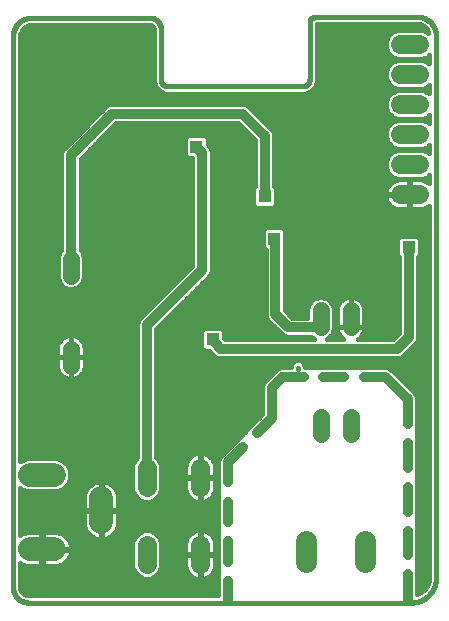
<source format=gbl>
G75*
%MOIN*%
%OFA0B0*%
%FSLAX25Y25*%
%IPPOS*%
%LPD*%
%AMOC8*
5,1,8,0,0,1.08239X$1,22.5*
%
%ADD10C,0.03200*%
%ADD11C,0.01600*%
%ADD12C,0.06400*%
%ADD13C,0.05600*%
%ADD14C,0.07874*%
%ADD15C,0.07100*%
%ADD16R,0.04362X0.04362*%
D10*
X0050092Y0058357D02*
X0050092Y0109335D01*
X0068517Y0127760D01*
X0068517Y0166736D01*
X0066548Y0168705D01*
X0081902Y0179728D02*
X0038595Y0179728D01*
X0024816Y0165949D01*
X0024816Y0128586D01*
X0024760Y0128530D01*
X0072060Y0104531D02*
X0074422Y0101382D01*
X0133477Y0101382D01*
X0137414Y0105319D01*
X0137414Y0135240D01*
X0108005Y0108508D02*
X0097217Y0108508D01*
X0092926Y0112799D01*
X0092926Y0137602D01*
X0092532Y0137996D01*
X0089383Y0152169D02*
X0089383Y0172248D01*
X0081902Y0179728D01*
X0095288Y0091933D02*
X0102439Y0091933D01*
X0108839Y0091933D02*
X0115990Y0091933D01*
X0122390Y0091933D02*
X0129540Y0091933D01*
X0137020Y0084453D01*
X0137020Y0076266D01*
X0137020Y0069866D02*
X0137020Y0061679D01*
X0137020Y0055279D02*
X0137020Y0047091D01*
X0137020Y0040691D02*
X0137020Y0032504D01*
X0137020Y0026104D02*
X0137020Y0017917D01*
X0086724Y0073133D02*
X0091745Y0078154D01*
X0091745Y0088390D01*
X0095288Y0091933D01*
X0082199Y0068607D02*
X0077178Y0063587D01*
X0077178Y0056772D01*
X0077178Y0050372D02*
X0077178Y0043558D01*
X0077178Y0037158D02*
X0077178Y0030344D01*
X0077178Y0023944D02*
X0077178Y0017130D01*
D11*
X0138202Y0016736D02*
X0010643Y0016736D01*
X0010643Y0019136D02*
X0010112Y0019188D01*
X0009132Y0019594D01*
X0008382Y0020344D01*
X0007977Y0021324D01*
X0007924Y0021854D01*
X0007924Y0029831D01*
X0008214Y0029621D01*
X0009018Y0029211D01*
X0009877Y0028932D01*
X0010769Y0028791D01*
X0014973Y0028791D01*
X0014973Y0034343D01*
X0015342Y0034343D01*
X0015342Y0028791D01*
X0019546Y0028791D01*
X0020438Y0028932D01*
X0021297Y0029211D01*
X0022101Y0029621D01*
X0022832Y0030152D01*
X0023470Y0030790D01*
X0024001Y0031521D01*
X0024411Y0032325D01*
X0024690Y0033184D01*
X0024831Y0034076D01*
X0024831Y0034343D01*
X0015342Y0034343D01*
X0015342Y0034712D01*
X0024831Y0034712D01*
X0024831Y0034979D01*
X0024690Y0035871D01*
X0024411Y0036730D01*
X0024001Y0037534D01*
X0023470Y0038265D01*
X0022832Y0038903D01*
X0022101Y0039434D01*
X0021297Y0039844D01*
X0020438Y0040123D01*
X0019546Y0040265D01*
X0015342Y0040265D01*
X0015342Y0034712D01*
X0014973Y0034712D01*
X0014973Y0040265D01*
X0010769Y0040265D01*
X0009877Y0040123D01*
X0009018Y0039844D01*
X0008214Y0039434D01*
X0007924Y0039224D01*
X0007924Y0054786D01*
X0008080Y0054631D01*
X0010118Y0053787D01*
X0020197Y0053787D01*
X0022235Y0054631D01*
X0023795Y0056190D01*
X0024639Y0058228D01*
X0024639Y0060433D01*
X0023795Y0062471D01*
X0022235Y0064031D01*
X0020197Y0064875D01*
X0010118Y0064875D01*
X0008080Y0064031D01*
X0007924Y0063875D01*
X0007924Y0205713D01*
X0007992Y0206396D01*
X0008515Y0207660D01*
X0009482Y0208627D01*
X0010746Y0209151D01*
X0011430Y0209218D01*
X0051194Y0209218D01*
X0051417Y0209196D01*
X0051829Y0209025D01*
X0052144Y0208710D01*
X0052315Y0208298D01*
X0052337Y0208075D01*
X0052337Y0190198D01*
X0053062Y0188448D01*
X0054402Y0187108D01*
X0056152Y0186383D01*
X0102928Y0186383D01*
X0104679Y0187108D01*
X0106018Y0188448D01*
X0106743Y0190198D01*
X0106743Y0209612D01*
X0140170Y0209612D01*
X0140931Y0209537D01*
X0142336Y0208955D01*
X0143412Y0207879D01*
X0143950Y0206581D01*
X0143669Y0206862D01*
X0141902Y0207594D01*
X0133589Y0207594D01*
X0131823Y0206862D01*
X0130470Y0205510D01*
X0129739Y0203743D01*
X0129739Y0201830D01*
X0130470Y0200064D01*
X0131823Y0198711D01*
X0133589Y0197980D01*
X0141902Y0197980D01*
X0143669Y0198711D01*
X0144069Y0199112D01*
X0144069Y0196461D01*
X0143669Y0196862D01*
X0141902Y0197594D01*
X0133589Y0197594D01*
X0131823Y0196862D01*
X0130470Y0195510D01*
X0129739Y0193743D01*
X0129739Y0191830D01*
X0130470Y0190064D01*
X0131823Y0188711D01*
X0133589Y0187980D01*
X0141902Y0187980D01*
X0143669Y0188711D01*
X0144069Y0189112D01*
X0144069Y0186461D01*
X0143669Y0186862D01*
X0141902Y0187594D01*
X0133589Y0187594D01*
X0131823Y0186862D01*
X0130470Y0185510D01*
X0129739Y0183743D01*
X0129739Y0181830D01*
X0130470Y0180064D01*
X0131823Y0178711D01*
X0133589Y0177980D01*
X0141902Y0177980D01*
X0143669Y0178711D01*
X0144069Y0179112D01*
X0144069Y0176461D01*
X0143669Y0176862D01*
X0141902Y0177594D01*
X0133589Y0177594D01*
X0131823Y0176862D01*
X0130470Y0175510D01*
X0129739Y0173743D01*
X0129739Y0171830D01*
X0130470Y0170064D01*
X0131823Y0168711D01*
X0133589Y0167980D01*
X0141902Y0167980D01*
X0143669Y0168711D01*
X0144069Y0169112D01*
X0144069Y0166461D01*
X0143669Y0166862D01*
X0141902Y0167594D01*
X0133589Y0167594D01*
X0131823Y0166862D01*
X0130470Y0165510D01*
X0129739Y0163743D01*
X0129739Y0161830D01*
X0130470Y0160064D01*
X0131823Y0158711D01*
X0133589Y0157980D01*
X0141902Y0157980D01*
X0143669Y0158711D01*
X0144069Y0159112D01*
X0144069Y0156697D01*
X0143566Y0157063D01*
X0142865Y0157420D01*
X0142116Y0157663D01*
X0141339Y0157787D01*
X0137946Y0157787D01*
X0137946Y0152987D01*
X0137546Y0152987D01*
X0137546Y0157787D01*
X0134152Y0157787D01*
X0133375Y0157663D01*
X0132626Y0157420D01*
X0131925Y0157063D01*
X0131288Y0156600D01*
X0130732Y0156044D01*
X0130269Y0155407D01*
X0129912Y0154706D01*
X0129669Y0153957D01*
X0129546Y0153180D01*
X0129546Y0152987D01*
X0137546Y0152987D01*
X0137546Y0152587D01*
X0137946Y0152587D01*
X0137946Y0147787D01*
X0141339Y0147787D01*
X0142116Y0147910D01*
X0142865Y0148153D01*
X0143566Y0148510D01*
X0144069Y0148876D01*
X0144069Y0025004D01*
X0143997Y0024086D01*
X0143430Y0022340D01*
X0142351Y0020855D01*
X0140865Y0019776D01*
X0140220Y0019566D01*
X0140220Y0085089D01*
X0139733Y0086265D01*
X0138833Y0087166D01*
X0131353Y0094646D01*
X0130177Y0095133D01*
X0102813Y0095133D01*
X0102813Y0095561D01*
X0102447Y0096446D01*
X0101770Y0097123D01*
X0100885Y0097490D01*
X0099927Y0097490D01*
X0099043Y0097123D01*
X0098366Y0096446D01*
X0097999Y0095561D01*
X0097999Y0095133D01*
X0094652Y0095133D01*
X0093476Y0094646D01*
X0092575Y0093746D01*
X0089032Y0090202D01*
X0088545Y0089026D01*
X0088545Y0079479D01*
X0074465Y0065399D01*
X0073978Y0064223D01*
X0073978Y0019136D01*
X0010643Y0019136D01*
X0009962Y0019251D02*
X0073978Y0019251D01*
X0073978Y0020849D02*
X0008173Y0020849D01*
X0007924Y0022448D02*
X0073978Y0022448D01*
X0073978Y0024046D02*
X0007924Y0024046D01*
X0007924Y0025645D02*
X0047207Y0025645D01*
X0047369Y0025482D02*
X0049136Y0024750D01*
X0051048Y0024750D01*
X0052815Y0025482D01*
X0054167Y0026834D01*
X0054899Y0028601D01*
X0054899Y0036914D01*
X0054167Y0038680D01*
X0052815Y0040033D01*
X0051048Y0040765D01*
X0049136Y0040765D01*
X0047369Y0040033D01*
X0046017Y0038680D01*
X0045285Y0036914D01*
X0045285Y0028601D01*
X0046017Y0026834D01*
X0047369Y0025482D01*
X0045848Y0027243D02*
X0007924Y0027243D01*
X0007924Y0028842D02*
X0010446Y0028842D01*
X0014973Y0028842D02*
X0015342Y0028842D01*
X0015342Y0030440D02*
X0014973Y0030440D01*
X0014973Y0032039D02*
X0015342Y0032039D01*
X0015342Y0033637D02*
X0014973Y0033637D01*
X0014973Y0035236D02*
X0015342Y0035236D01*
X0015342Y0036834D02*
X0014973Y0036834D01*
X0014973Y0038433D02*
X0015342Y0038433D01*
X0015342Y0040031D02*
X0014973Y0040031D01*
X0020721Y0040031D02*
X0030331Y0040031D01*
X0030467Y0039845D02*
X0031105Y0039207D01*
X0031836Y0038676D01*
X0032640Y0038266D01*
X0033499Y0037987D01*
X0034391Y0037846D01*
X0034658Y0037846D01*
X0034658Y0047335D01*
X0035027Y0047335D01*
X0035027Y0037846D01*
X0035294Y0037846D01*
X0036186Y0037987D01*
X0037045Y0038266D01*
X0037849Y0038676D01*
X0038580Y0039207D01*
X0039218Y0039845D01*
X0039749Y0040576D01*
X0040159Y0041380D01*
X0040438Y0042239D01*
X0040580Y0043131D01*
X0040580Y0047335D01*
X0035027Y0047335D01*
X0035027Y0047704D01*
X0040580Y0047704D01*
X0040580Y0051908D01*
X0040438Y0052800D01*
X0040159Y0053659D01*
X0039749Y0054464D01*
X0039218Y0055194D01*
X0038580Y0055833D01*
X0037849Y0056363D01*
X0037045Y0056773D01*
X0036186Y0057052D01*
X0035294Y0057194D01*
X0035027Y0057194D01*
X0035027Y0047704D01*
X0034658Y0047704D01*
X0034658Y0047335D01*
X0029106Y0047335D01*
X0029106Y0043131D01*
X0029247Y0042239D01*
X0029526Y0041380D01*
X0029936Y0040576D01*
X0030467Y0039845D01*
X0029445Y0041630D02*
X0007924Y0041630D01*
X0007924Y0043228D02*
X0029106Y0043228D01*
X0029106Y0044827D02*
X0007924Y0044827D01*
X0007924Y0046425D02*
X0029106Y0046425D01*
X0029106Y0047704D02*
X0034658Y0047704D01*
X0034658Y0057194D01*
X0034391Y0057194D01*
X0033499Y0057052D01*
X0032640Y0056773D01*
X0031836Y0056363D01*
X0031105Y0055833D01*
X0030467Y0055194D01*
X0029936Y0054464D01*
X0029526Y0053659D01*
X0029247Y0052800D01*
X0029106Y0051908D01*
X0029106Y0047704D01*
X0029106Y0048024D02*
X0007924Y0048024D01*
X0007924Y0049622D02*
X0029106Y0049622D01*
X0029106Y0051221D02*
X0007924Y0051221D01*
X0007924Y0052819D02*
X0029253Y0052819D01*
X0029913Y0054418D02*
X0021721Y0054418D01*
X0023621Y0056016D02*
X0031358Y0056016D01*
X0034658Y0056016D02*
X0035027Y0056016D01*
X0035027Y0054418D02*
X0034658Y0054418D01*
X0034658Y0052819D02*
X0035027Y0052819D01*
X0035027Y0051221D02*
X0034658Y0051221D01*
X0034658Y0049622D02*
X0035027Y0049622D01*
X0035027Y0048024D02*
X0034658Y0048024D01*
X0034658Y0046425D02*
X0035027Y0046425D01*
X0035027Y0044827D02*
X0034658Y0044827D01*
X0034658Y0043228D02*
X0035027Y0043228D01*
X0035027Y0041630D02*
X0034658Y0041630D01*
X0034658Y0040031D02*
X0035027Y0040031D01*
X0035027Y0038433D02*
X0034658Y0038433D01*
X0032313Y0038433D02*
X0023303Y0038433D01*
X0024358Y0036834D02*
X0045285Y0036834D01*
X0045285Y0035236D02*
X0024791Y0035236D01*
X0024762Y0033637D02*
X0045285Y0033637D01*
X0045285Y0032039D02*
X0024265Y0032039D01*
X0023121Y0030440D02*
X0045285Y0030440D01*
X0045285Y0028842D02*
X0019869Y0028842D01*
X0010643Y0016736D02*
X0010502Y0016738D01*
X0010361Y0016744D01*
X0010220Y0016753D01*
X0010080Y0016767D01*
X0009940Y0016785D01*
X0009801Y0016806D01*
X0009662Y0016831D01*
X0009524Y0016860D01*
X0009387Y0016893D01*
X0009250Y0016929D01*
X0009115Y0016969D01*
X0008981Y0017013D01*
X0008848Y0017061D01*
X0008717Y0017112D01*
X0008587Y0017167D01*
X0008459Y0017226D01*
X0008332Y0017287D01*
X0008207Y0017353D01*
X0008084Y0017422D01*
X0007963Y0017494D01*
X0007844Y0017569D01*
X0007727Y0017648D01*
X0007612Y0017730D01*
X0007499Y0017815D01*
X0007389Y0017903D01*
X0007282Y0017994D01*
X0007177Y0018089D01*
X0007074Y0018186D01*
X0006975Y0018285D01*
X0006878Y0018388D01*
X0006783Y0018493D01*
X0006692Y0018600D01*
X0006604Y0018710D01*
X0006519Y0018823D01*
X0006437Y0018938D01*
X0006358Y0019055D01*
X0006283Y0019174D01*
X0006211Y0019295D01*
X0006142Y0019418D01*
X0006076Y0019543D01*
X0006015Y0019670D01*
X0005956Y0019798D01*
X0005901Y0019928D01*
X0005850Y0020059D01*
X0005802Y0020192D01*
X0005758Y0020326D01*
X0005718Y0020461D01*
X0005682Y0020598D01*
X0005649Y0020735D01*
X0005620Y0020873D01*
X0005595Y0021012D01*
X0005574Y0021151D01*
X0005556Y0021291D01*
X0005542Y0021431D01*
X0005533Y0021572D01*
X0005527Y0021713D01*
X0005525Y0021854D01*
X0005524Y0021854D02*
X0005524Y0205713D01*
X0007980Y0206276D02*
X0052337Y0206276D01*
X0052337Y0204678D02*
X0007924Y0204678D01*
X0007924Y0203079D02*
X0052337Y0203079D01*
X0052337Y0201481D02*
X0007924Y0201481D01*
X0007924Y0199882D02*
X0052337Y0199882D01*
X0052337Y0198284D02*
X0007924Y0198284D01*
X0007924Y0196685D02*
X0052337Y0196685D01*
X0052337Y0195087D02*
X0007924Y0195087D01*
X0007924Y0193488D02*
X0052337Y0193488D01*
X0052337Y0191890D02*
X0007924Y0191890D01*
X0007924Y0190291D02*
X0052337Y0190291D01*
X0052961Y0188693D02*
X0007924Y0188693D01*
X0007924Y0187094D02*
X0054436Y0187094D01*
X0054402Y0187108D02*
X0054402Y0187108D01*
X0053062Y0188448D02*
X0053062Y0188448D01*
X0054737Y0191146D02*
X0054737Y0208075D01*
X0052337Y0207875D02*
X0008730Y0207875D01*
X0005524Y0205713D02*
X0005526Y0205865D01*
X0005532Y0206017D01*
X0005542Y0206169D01*
X0005555Y0206320D01*
X0005573Y0206471D01*
X0005594Y0206622D01*
X0005620Y0206772D01*
X0005649Y0206921D01*
X0005682Y0207070D01*
X0005719Y0207217D01*
X0005759Y0207364D01*
X0005804Y0207509D01*
X0005852Y0207653D01*
X0005904Y0207796D01*
X0005959Y0207938D01*
X0006018Y0208078D01*
X0006081Y0208217D01*
X0006147Y0208354D01*
X0006217Y0208489D01*
X0006290Y0208622D01*
X0006367Y0208753D01*
X0006447Y0208883D01*
X0006530Y0209010D01*
X0006616Y0209135D01*
X0006706Y0209258D01*
X0006799Y0209378D01*
X0006895Y0209496D01*
X0006994Y0209612D01*
X0007096Y0209725D01*
X0007200Y0209835D01*
X0007308Y0209943D01*
X0007418Y0210047D01*
X0007531Y0210149D01*
X0007647Y0210248D01*
X0007765Y0210344D01*
X0007885Y0210437D01*
X0008008Y0210527D01*
X0008133Y0210613D01*
X0008260Y0210696D01*
X0008390Y0210776D01*
X0008521Y0210853D01*
X0008654Y0210926D01*
X0008789Y0210996D01*
X0008926Y0211062D01*
X0009065Y0211125D01*
X0009205Y0211184D01*
X0009347Y0211239D01*
X0009490Y0211291D01*
X0009634Y0211339D01*
X0009779Y0211384D01*
X0009926Y0211424D01*
X0010073Y0211461D01*
X0010222Y0211494D01*
X0010371Y0211523D01*
X0010521Y0211549D01*
X0010672Y0211570D01*
X0010823Y0211588D01*
X0010974Y0211601D01*
X0011126Y0211611D01*
X0011278Y0211617D01*
X0011430Y0211619D01*
X0011430Y0211618D02*
X0051194Y0211618D01*
X0051310Y0211616D01*
X0051426Y0211610D01*
X0051541Y0211601D01*
X0051656Y0211588D01*
X0051771Y0211571D01*
X0051885Y0211550D01*
X0051999Y0211525D01*
X0052111Y0211497D01*
X0052222Y0211465D01*
X0052333Y0211430D01*
X0052442Y0211391D01*
X0052550Y0211348D01*
X0052656Y0211302D01*
X0052761Y0211253D01*
X0052864Y0211200D01*
X0052966Y0211143D01*
X0053065Y0211084D01*
X0053162Y0211021D01*
X0053258Y0210955D01*
X0053351Y0210886D01*
X0053442Y0210814D01*
X0053530Y0210739D01*
X0053616Y0210661D01*
X0053699Y0210580D01*
X0053780Y0210497D01*
X0053858Y0210411D01*
X0053933Y0210323D01*
X0054005Y0210232D01*
X0054074Y0210139D01*
X0054140Y0210043D01*
X0054203Y0209946D01*
X0054262Y0209847D01*
X0054319Y0209745D01*
X0054372Y0209642D01*
X0054421Y0209537D01*
X0054467Y0209431D01*
X0054510Y0209323D01*
X0054549Y0209214D01*
X0054584Y0209103D01*
X0054616Y0208992D01*
X0054644Y0208880D01*
X0054669Y0208766D01*
X0054690Y0208652D01*
X0054707Y0208537D01*
X0054720Y0208422D01*
X0054729Y0208307D01*
X0054735Y0208191D01*
X0054737Y0208075D01*
X0054737Y0191146D02*
X0054739Y0191051D01*
X0054745Y0190956D01*
X0054754Y0190861D01*
X0054768Y0190767D01*
X0054785Y0190674D01*
X0054806Y0190581D01*
X0054830Y0190489D01*
X0054859Y0190398D01*
X0054890Y0190308D01*
X0054926Y0190220D01*
X0054965Y0190133D01*
X0055008Y0190048D01*
X0055053Y0189965D01*
X0055103Y0189884D01*
X0055155Y0189804D01*
X0055211Y0189727D01*
X0055269Y0189652D01*
X0055331Y0189580D01*
X0055396Y0189510D01*
X0055463Y0189443D01*
X0055533Y0189378D01*
X0055605Y0189316D01*
X0055680Y0189258D01*
X0055757Y0189202D01*
X0055837Y0189150D01*
X0055918Y0189100D01*
X0056001Y0189055D01*
X0056086Y0189012D01*
X0056173Y0188973D01*
X0056261Y0188937D01*
X0056351Y0188906D01*
X0056442Y0188877D01*
X0056534Y0188853D01*
X0056627Y0188832D01*
X0056720Y0188815D01*
X0056814Y0188801D01*
X0056909Y0188792D01*
X0057004Y0188786D01*
X0057099Y0188784D01*
X0057099Y0188783D02*
X0101981Y0188783D01*
X0101981Y0188784D02*
X0102076Y0188786D01*
X0102171Y0188792D01*
X0102266Y0188801D01*
X0102360Y0188815D01*
X0102453Y0188832D01*
X0102546Y0188853D01*
X0102638Y0188877D01*
X0102729Y0188906D01*
X0102819Y0188937D01*
X0102907Y0188973D01*
X0102994Y0189012D01*
X0103079Y0189055D01*
X0103162Y0189100D01*
X0103243Y0189150D01*
X0103323Y0189202D01*
X0103400Y0189258D01*
X0103475Y0189316D01*
X0103547Y0189378D01*
X0103617Y0189443D01*
X0103684Y0189510D01*
X0103749Y0189580D01*
X0103811Y0189652D01*
X0103869Y0189727D01*
X0103925Y0189804D01*
X0103977Y0189884D01*
X0104027Y0189965D01*
X0104072Y0190048D01*
X0104115Y0190133D01*
X0104154Y0190220D01*
X0104190Y0190308D01*
X0104221Y0190398D01*
X0104250Y0190489D01*
X0104274Y0190581D01*
X0104295Y0190674D01*
X0104312Y0190767D01*
X0104326Y0190861D01*
X0104335Y0190956D01*
X0104341Y0191051D01*
X0104343Y0191146D01*
X0104343Y0210043D01*
X0104345Y0210129D01*
X0104350Y0210215D01*
X0104360Y0210300D01*
X0104373Y0210385D01*
X0104390Y0210469D01*
X0104410Y0210553D01*
X0104434Y0210635D01*
X0104462Y0210716D01*
X0104493Y0210797D01*
X0104527Y0210875D01*
X0104565Y0210952D01*
X0104607Y0211028D01*
X0104651Y0211101D01*
X0104699Y0211172D01*
X0104750Y0211242D01*
X0104804Y0211309D01*
X0104860Y0211373D01*
X0104920Y0211435D01*
X0104982Y0211495D01*
X0105046Y0211551D01*
X0105113Y0211605D01*
X0105183Y0211656D01*
X0105254Y0211704D01*
X0105328Y0211748D01*
X0105403Y0211790D01*
X0105480Y0211828D01*
X0105558Y0211862D01*
X0105639Y0211893D01*
X0105720Y0211921D01*
X0105802Y0211945D01*
X0105886Y0211965D01*
X0105970Y0211982D01*
X0106055Y0211995D01*
X0106140Y0212005D01*
X0106226Y0212010D01*
X0106312Y0212012D01*
X0140170Y0212012D01*
X0141084Y0209473D02*
X0106743Y0209473D01*
X0106743Y0207875D02*
X0143414Y0207875D01*
X0146469Y0205713D02*
X0146469Y0025004D01*
X0144069Y0025645D02*
X0140220Y0025645D01*
X0140220Y0027243D02*
X0144069Y0027243D01*
X0144069Y0028842D02*
X0140220Y0028842D01*
X0140220Y0030440D02*
X0144069Y0030440D01*
X0144069Y0032039D02*
X0140220Y0032039D01*
X0140220Y0033637D02*
X0144069Y0033637D01*
X0144069Y0035236D02*
X0140220Y0035236D01*
X0140220Y0036834D02*
X0144069Y0036834D01*
X0144069Y0038433D02*
X0140220Y0038433D01*
X0140220Y0040031D02*
X0144069Y0040031D01*
X0144069Y0041630D02*
X0140220Y0041630D01*
X0140220Y0043228D02*
X0144069Y0043228D01*
X0144069Y0044827D02*
X0140220Y0044827D01*
X0140220Y0046425D02*
X0144069Y0046425D01*
X0144069Y0048024D02*
X0140220Y0048024D01*
X0140220Y0049622D02*
X0144069Y0049622D01*
X0144069Y0051221D02*
X0140220Y0051221D01*
X0140220Y0052819D02*
X0144069Y0052819D01*
X0144069Y0054418D02*
X0140220Y0054418D01*
X0140220Y0056016D02*
X0144069Y0056016D01*
X0144069Y0057615D02*
X0140220Y0057615D01*
X0140220Y0059213D02*
X0144069Y0059213D01*
X0144069Y0060812D02*
X0140220Y0060812D01*
X0140220Y0062410D02*
X0144069Y0062410D01*
X0144069Y0064009D02*
X0140220Y0064009D01*
X0140220Y0065607D02*
X0144069Y0065607D01*
X0144069Y0067206D02*
X0140220Y0067206D01*
X0140220Y0068805D02*
X0144069Y0068805D01*
X0144069Y0070403D02*
X0140220Y0070403D01*
X0140220Y0072002D02*
X0144069Y0072002D01*
X0144069Y0073600D02*
X0140220Y0073600D01*
X0140220Y0075199D02*
X0144069Y0075199D01*
X0144069Y0076797D02*
X0140220Y0076797D01*
X0140220Y0078396D02*
X0144069Y0078396D01*
X0144069Y0079994D02*
X0140220Y0079994D01*
X0140220Y0081593D02*
X0144069Y0081593D01*
X0144069Y0083191D02*
X0140220Y0083191D01*
X0140220Y0084790D02*
X0144069Y0084790D01*
X0144069Y0086388D02*
X0139611Y0086388D01*
X0138012Y0087987D02*
X0144069Y0087987D01*
X0144069Y0089585D02*
X0136414Y0089585D01*
X0134815Y0091184D02*
X0144069Y0091184D01*
X0144069Y0092782D02*
X0133217Y0092782D01*
X0131618Y0094381D02*
X0144069Y0094381D01*
X0144069Y0095979D02*
X0102640Y0095979D01*
X0100406Y0095083D02*
X0100406Y0094689D01*
X0098172Y0095979D02*
X0053299Y0095979D01*
X0053299Y0094381D02*
X0093210Y0094381D01*
X0092575Y0093746D02*
X0092575Y0093746D01*
X0091612Y0092782D02*
X0053299Y0092782D01*
X0053299Y0091184D02*
X0090013Y0091184D01*
X0088776Y0089585D02*
X0053299Y0089585D01*
X0053299Y0087987D02*
X0088545Y0087987D01*
X0088545Y0086388D02*
X0053299Y0086388D01*
X0053299Y0084790D02*
X0088545Y0084790D01*
X0088545Y0083191D02*
X0053299Y0083191D01*
X0053299Y0081593D02*
X0088545Y0081593D01*
X0088545Y0079994D02*
X0053299Y0079994D01*
X0053299Y0078396D02*
X0087461Y0078396D01*
X0085863Y0076797D02*
X0053299Y0076797D01*
X0053299Y0075199D02*
X0084264Y0075199D01*
X0082666Y0073600D02*
X0053299Y0073600D01*
X0053299Y0072002D02*
X0081067Y0072002D01*
X0079469Y0070403D02*
X0053299Y0070403D01*
X0053299Y0068805D02*
X0077870Y0068805D01*
X0076272Y0067206D02*
X0053299Y0067206D01*
X0053299Y0065607D02*
X0064960Y0065607D01*
X0065272Y0065834D02*
X0064635Y0065371D01*
X0064078Y0064815D01*
X0063616Y0064178D01*
X0063258Y0063477D01*
X0063015Y0062728D01*
X0062892Y0061951D01*
X0062892Y0058557D01*
X0067692Y0058557D01*
X0067692Y0058157D01*
X0068092Y0058157D01*
X0068092Y0050157D01*
X0068286Y0050157D01*
X0069063Y0050281D01*
X0069811Y0050524D01*
X0070513Y0050881D01*
X0071149Y0051344D01*
X0071706Y0051900D01*
X0072169Y0052537D01*
X0072526Y0053238D01*
X0072769Y0053987D01*
X0072892Y0054764D01*
X0072892Y0058157D01*
X0068092Y0058157D01*
X0068092Y0058557D01*
X0072892Y0058557D01*
X0072892Y0061951D01*
X0072769Y0062728D01*
X0072526Y0063477D01*
X0072169Y0064178D01*
X0071706Y0064815D01*
X0071149Y0065371D01*
X0070513Y0065834D01*
X0069811Y0066191D01*
X0069063Y0066434D01*
X0068286Y0066557D01*
X0068092Y0066557D01*
X0068092Y0058558D01*
X0067692Y0058558D01*
X0067692Y0066557D01*
X0067499Y0066557D01*
X0066721Y0066434D01*
X0065973Y0066191D01*
X0065272Y0065834D01*
X0067692Y0065607D02*
X0068092Y0065607D01*
X0068092Y0064009D02*
X0067692Y0064009D01*
X0067692Y0062410D02*
X0068092Y0062410D01*
X0068092Y0060812D02*
X0067692Y0060812D01*
X0067692Y0059213D02*
X0068092Y0059213D01*
X0067692Y0058157D02*
X0062892Y0058157D01*
X0062892Y0054764D01*
X0063015Y0053987D01*
X0063258Y0053238D01*
X0063616Y0052537D01*
X0064078Y0051900D01*
X0064635Y0051344D01*
X0065272Y0050881D01*
X0065973Y0050524D01*
X0066721Y0050281D01*
X0067499Y0050157D01*
X0067692Y0050157D01*
X0067692Y0058157D01*
X0067692Y0057615D02*
X0068092Y0057615D01*
X0068092Y0056016D02*
X0067692Y0056016D01*
X0067692Y0054418D02*
X0068092Y0054418D01*
X0068092Y0052819D02*
X0067692Y0052819D01*
X0067692Y0051221D02*
X0068092Y0051221D01*
X0070980Y0051221D02*
X0073978Y0051221D01*
X0073978Y0052819D02*
X0072312Y0052819D01*
X0072837Y0054418D02*
X0073978Y0054418D01*
X0073978Y0056016D02*
X0072892Y0056016D01*
X0072892Y0057615D02*
X0073978Y0057615D01*
X0073978Y0059213D02*
X0072892Y0059213D01*
X0072892Y0060812D02*
X0073978Y0060812D01*
X0073978Y0062410D02*
X0072819Y0062410D01*
X0072255Y0064009D02*
X0073978Y0064009D01*
X0074673Y0065607D02*
X0070824Y0065607D01*
X0063530Y0064009D02*
X0054280Y0064009D01*
X0054167Y0064280D02*
X0053299Y0065149D01*
X0053299Y0108007D01*
X0070333Y0125041D01*
X0071235Y0125943D01*
X0071724Y0127122D01*
X0071724Y0167374D01*
X0071235Y0168553D01*
X0070336Y0169452D01*
X0070336Y0171552D01*
X0069395Y0172493D01*
X0063701Y0172493D01*
X0062760Y0171552D01*
X0062760Y0165858D01*
X0063701Y0164917D01*
X0065309Y0164917D01*
X0065309Y0129088D01*
X0048275Y0112054D01*
X0047373Y0111152D01*
X0046885Y0109973D01*
X0046885Y0065149D01*
X0046017Y0064280D01*
X0045285Y0062514D01*
X0045285Y0054201D01*
X0046017Y0052434D01*
X0047369Y0051082D01*
X0049136Y0050350D01*
X0051048Y0050350D01*
X0052815Y0051082D01*
X0054167Y0052434D01*
X0054899Y0054201D01*
X0054899Y0062514D01*
X0054167Y0064280D01*
X0054899Y0062410D02*
X0062965Y0062410D01*
X0062892Y0060812D02*
X0054899Y0060812D01*
X0054899Y0059213D02*
X0062892Y0059213D01*
X0062892Y0057615D02*
X0054899Y0057615D01*
X0054899Y0056016D02*
X0062892Y0056016D01*
X0062947Y0054418D02*
X0054899Y0054418D01*
X0054327Y0052819D02*
X0063472Y0052819D01*
X0064804Y0051221D02*
X0052954Y0051221D01*
X0047230Y0051221D02*
X0040580Y0051221D01*
X0040580Y0049622D02*
X0073978Y0049622D01*
X0073978Y0048024D02*
X0040580Y0048024D01*
X0040580Y0046425D02*
X0073978Y0046425D01*
X0073978Y0044827D02*
X0040580Y0044827D01*
X0040580Y0043228D02*
X0073978Y0043228D01*
X0073978Y0041630D02*
X0040240Y0041630D01*
X0039354Y0040031D02*
X0047368Y0040031D01*
X0045914Y0038433D02*
X0037372Y0038433D01*
X0040432Y0052819D02*
X0045857Y0052819D01*
X0045285Y0054418D02*
X0039772Y0054418D01*
X0038327Y0056016D02*
X0045285Y0056016D01*
X0045285Y0057615D02*
X0024385Y0057615D01*
X0024639Y0059213D02*
X0045285Y0059213D01*
X0045285Y0060812D02*
X0024482Y0060812D01*
X0023820Y0062410D02*
X0045285Y0062410D01*
X0045904Y0064009D02*
X0022257Y0064009D01*
X0008058Y0064009D02*
X0007924Y0064009D01*
X0007924Y0065607D02*
X0046885Y0065607D01*
X0046885Y0067206D02*
X0007924Y0067206D01*
X0007924Y0068805D02*
X0046885Y0068805D01*
X0046885Y0070403D02*
X0007924Y0070403D01*
X0007924Y0072002D02*
X0046885Y0072002D01*
X0046885Y0073600D02*
X0007924Y0073600D01*
X0007924Y0075199D02*
X0046885Y0075199D01*
X0046885Y0076797D02*
X0007924Y0076797D01*
X0007924Y0078396D02*
X0046885Y0078396D01*
X0046885Y0079994D02*
X0007924Y0079994D01*
X0007924Y0081593D02*
X0046885Y0081593D01*
X0046885Y0083191D02*
X0007924Y0083191D01*
X0007924Y0084790D02*
X0046885Y0084790D01*
X0046885Y0086388D02*
X0007924Y0086388D01*
X0007924Y0087987D02*
X0046885Y0087987D01*
X0046885Y0089585D02*
X0007924Y0089585D01*
X0007924Y0091184D02*
X0024058Y0091184D01*
X0024398Y0091130D02*
X0024760Y0091130D01*
X0025122Y0091130D01*
X0025837Y0091243D01*
X0026526Y0091467D01*
X0027171Y0091796D01*
X0027757Y0092221D01*
X0028269Y0092733D01*
X0028694Y0093319D01*
X0029023Y0093964D01*
X0029247Y0094653D01*
X0029360Y0095368D01*
X0029360Y0098530D01*
X0029360Y0101692D01*
X0029247Y0102407D01*
X0029023Y0103096D01*
X0028694Y0103741D01*
X0028269Y0104327D01*
X0027757Y0104839D01*
X0027171Y0105264D01*
X0026526Y0105593D01*
X0025837Y0105817D01*
X0025122Y0105930D01*
X0024760Y0105930D01*
X0024760Y0098530D01*
X0029360Y0098530D01*
X0024760Y0098530D01*
X0024760Y0098530D01*
X0024760Y0098530D01*
X0024760Y0091130D01*
X0024760Y0098530D01*
X0024760Y0098530D01*
X0024760Y0105930D01*
X0024398Y0105930D01*
X0023683Y0105817D01*
X0022994Y0105593D01*
X0022349Y0105264D01*
X0021763Y0104839D01*
X0021251Y0104327D01*
X0020826Y0103741D01*
X0020497Y0103096D01*
X0020273Y0102407D01*
X0020160Y0101692D01*
X0020160Y0098530D01*
X0024760Y0098530D01*
X0024760Y0098530D01*
X0020160Y0098530D01*
X0020160Y0095368D01*
X0020273Y0094653D01*
X0020497Y0093964D01*
X0020826Y0093319D01*
X0021251Y0092733D01*
X0021763Y0092221D01*
X0022349Y0091796D01*
X0022994Y0091467D01*
X0023683Y0091243D01*
X0024398Y0091130D01*
X0024760Y0091184D02*
X0024760Y0091184D01*
X0025461Y0091184D02*
X0046885Y0091184D01*
X0046885Y0092782D02*
X0028304Y0092782D01*
X0029158Y0094381D02*
X0046885Y0094381D01*
X0046885Y0095979D02*
X0029360Y0095979D01*
X0029360Y0097578D02*
X0046885Y0097578D01*
X0046885Y0099176D02*
X0029360Y0099176D01*
X0029360Y0100775D02*
X0046885Y0100775D01*
X0046885Y0102373D02*
X0029252Y0102373D01*
X0028526Y0103972D02*
X0046885Y0103972D01*
X0046885Y0105570D02*
X0026570Y0105570D01*
X0024760Y0105570D02*
X0024760Y0105570D01*
X0024760Y0103972D02*
X0024760Y0103972D01*
X0024760Y0102373D02*
X0024760Y0102373D01*
X0024760Y0100775D02*
X0024760Y0100775D01*
X0024760Y0099176D02*
X0024760Y0099176D01*
X0024760Y0097578D02*
X0024760Y0097578D01*
X0024760Y0095979D02*
X0024760Y0095979D01*
X0024760Y0094381D02*
X0024760Y0094381D01*
X0024760Y0092782D02*
X0024760Y0092782D01*
X0021216Y0092782D02*
X0007924Y0092782D01*
X0007924Y0094381D02*
X0020361Y0094381D01*
X0020160Y0095979D02*
X0007924Y0095979D01*
X0007924Y0097578D02*
X0020160Y0097578D01*
X0020160Y0099176D02*
X0007924Y0099176D01*
X0007924Y0100775D02*
X0020160Y0100775D01*
X0020268Y0102373D02*
X0007924Y0102373D01*
X0007924Y0103972D02*
X0020993Y0103972D01*
X0022950Y0105570D02*
X0007924Y0105570D01*
X0007924Y0107169D02*
X0046885Y0107169D01*
X0046885Y0108767D02*
X0007924Y0108767D01*
X0007924Y0110366D02*
X0047048Y0110366D01*
X0048186Y0111964D02*
X0007924Y0111964D01*
X0007924Y0113563D02*
X0049784Y0113563D01*
X0048275Y0112054D02*
X0048275Y0112054D01*
X0051383Y0115161D02*
X0007924Y0115161D01*
X0007924Y0116760D02*
X0052981Y0116760D01*
X0054580Y0118358D02*
X0007924Y0118358D01*
X0007924Y0119957D02*
X0056178Y0119957D01*
X0057777Y0121555D02*
X0026198Y0121555D01*
X0025636Y0121323D02*
X0027256Y0121994D01*
X0028496Y0123234D01*
X0029167Y0124853D01*
X0029167Y0132207D01*
X0028496Y0133826D01*
X0028023Y0134299D01*
X0028023Y0164620D01*
X0039924Y0176521D01*
X0080574Y0176521D01*
X0086176Y0170920D01*
X0086176Y0155597D01*
X0085594Y0155016D01*
X0085594Y0149323D01*
X0086536Y0148381D01*
X0092229Y0148381D01*
X0093171Y0149323D01*
X0093171Y0155016D01*
X0092590Y0155597D01*
X0092590Y0172886D01*
X0092102Y0174065D01*
X0084621Y0181545D01*
X0083719Y0182447D01*
X0082540Y0182935D01*
X0037957Y0182935D01*
X0036779Y0182447D01*
X0022999Y0168668D01*
X0022097Y0167765D01*
X0021609Y0166587D01*
X0021609Y0134411D01*
X0021024Y0133826D01*
X0020353Y0132207D01*
X0020353Y0124853D01*
X0021024Y0123234D01*
X0022263Y0121994D01*
X0023883Y0121323D01*
X0025636Y0121323D01*
X0023322Y0121555D02*
X0007924Y0121555D01*
X0007924Y0123154D02*
X0021103Y0123154D01*
X0020395Y0124752D02*
X0007924Y0124752D01*
X0007924Y0126351D02*
X0020353Y0126351D01*
X0020353Y0127949D02*
X0007924Y0127949D01*
X0007924Y0129548D02*
X0020353Y0129548D01*
X0020353Y0131146D02*
X0007924Y0131146D01*
X0007924Y0132745D02*
X0020576Y0132745D01*
X0021541Y0134343D02*
X0007924Y0134343D01*
X0007924Y0135942D02*
X0021609Y0135942D01*
X0021609Y0137540D02*
X0007924Y0137540D01*
X0007924Y0139139D02*
X0021609Y0139139D01*
X0021609Y0140738D02*
X0007924Y0140738D01*
X0007924Y0142336D02*
X0021609Y0142336D01*
X0021609Y0143935D02*
X0007924Y0143935D01*
X0007924Y0145533D02*
X0021609Y0145533D01*
X0021609Y0147132D02*
X0007924Y0147132D01*
X0007924Y0148730D02*
X0021609Y0148730D01*
X0021609Y0150329D02*
X0007924Y0150329D01*
X0007924Y0151927D02*
X0021609Y0151927D01*
X0021609Y0153526D02*
X0007924Y0153526D01*
X0007924Y0155124D02*
X0021609Y0155124D01*
X0021609Y0156723D02*
X0007924Y0156723D01*
X0007924Y0158321D02*
X0021609Y0158321D01*
X0021609Y0159920D02*
X0007924Y0159920D01*
X0007924Y0161518D02*
X0021609Y0161518D01*
X0021609Y0163117D02*
X0007924Y0163117D01*
X0007924Y0164715D02*
X0021609Y0164715D01*
X0021609Y0166314D02*
X0007924Y0166314D01*
X0007924Y0167912D02*
X0022244Y0167912D01*
X0023842Y0169511D02*
X0007924Y0169511D01*
X0007924Y0171109D02*
X0025441Y0171109D01*
X0027039Y0172708D02*
X0007924Y0172708D01*
X0007924Y0174306D02*
X0028638Y0174306D01*
X0030236Y0175905D02*
X0007924Y0175905D01*
X0007924Y0177503D02*
X0031835Y0177503D01*
X0033433Y0179102D02*
X0007924Y0179102D01*
X0007924Y0180700D02*
X0035032Y0180700D01*
X0036630Y0182299D02*
X0007924Y0182299D01*
X0007924Y0183897D02*
X0129803Y0183897D01*
X0129739Y0182299D02*
X0083867Y0182299D01*
X0085466Y0180700D02*
X0130207Y0180700D01*
X0131432Y0179102D02*
X0087064Y0179102D01*
X0088663Y0177503D02*
X0133371Y0177503D01*
X0130866Y0175905D02*
X0090261Y0175905D01*
X0091860Y0174306D02*
X0129972Y0174306D01*
X0129739Y0172708D02*
X0092590Y0172708D01*
X0092590Y0171109D02*
X0130037Y0171109D01*
X0131023Y0169511D02*
X0092590Y0169511D01*
X0092590Y0167912D02*
X0144069Y0167912D01*
X0144069Y0158321D02*
X0142727Y0158321D01*
X0144035Y0156723D02*
X0144069Y0156723D01*
X0144069Y0148730D02*
X0143869Y0148730D01*
X0144069Y0147132D02*
X0071724Y0147132D01*
X0071724Y0148730D02*
X0086187Y0148730D01*
X0085594Y0150329D02*
X0071724Y0150329D01*
X0071724Y0151927D02*
X0085594Y0151927D01*
X0085594Y0153526D02*
X0071724Y0153526D01*
X0071724Y0155124D02*
X0085703Y0155124D01*
X0086176Y0156723D02*
X0071724Y0156723D01*
X0071724Y0158321D02*
X0086176Y0158321D01*
X0086176Y0159920D02*
X0071724Y0159920D01*
X0071724Y0161518D02*
X0086176Y0161518D01*
X0086176Y0163117D02*
X0071724Y0163117D01*
X0071724Y0164715D02*
X0086176Y0164715D01*
X0086176Y0166314D02*
X0071724Y0166314D01*
X0071501Y0167912D02*
X0086176Y0167912D01*
X0086176Y0169511D02*
X0070336Y0169511D01*
X0070336Y0171109D02*
X0085986Y0171109D01*
X0084387Y0172708D02*
X0036110Y0172708D01*
X0037709Y0174306D02*
X0082789Y0174306D01*
X0081190Y0175905D02*
X0039307Y0175905D01*
X0034512Y0171109D02*
X0062760Y0171109D01*
X0062760Y0169511D02*
X0032913Y0169511D01*
X0031315Y0167912D02*
X0062760Y0167912D01*
X0062760Y0166314D02*
X0029716Y0166314D01*
X0028118Y0164715D02*
X0065309Y0164715D01*
X0065309Y0163117D02*
X0028023Y0163117D01*
X0028023Y0161518D02*
X0065309Y0161518D01*
X0065309Y0159920D02*
X0028023Y0159920D01*
X0028023Y0158321D02*
X0065309Y0158321D01*
X0065309Y0156723D02*
X0028023Y0156723D01*
X0028023Y0155124D02*
X0065309Y0155124D01*
X0065309Y0153526D02*
X0028023Y0153526D01*
X0028023Y0151927D02*
X0065309Y0151927D01*
X0065309Y0150329D02*
X0028023Y0150329D01*
X0028023Y0148730D02*
X0065309Y0148730D01*
X0065309Y0147132D02*
X0028023Y0147132D01*
X0028023Y0145533D02*
X0065309Y0145533D01*
X0065309Y0143935D02*
X0028023Y0143935D01*
X0028023Y0142336D02*
X0065309Y0142336D01*
X0065309Y0140738D02*
X0028023Y0140738D01*
X0028023Y0139139D02*
X0065309Y0139139D01*
X0065309Y0137540D02*
X0028023Y0137540D01*
X0028023Y0135942D02*
X0065309Y0135942D01*
X0065309Y0134343D02*
X0028023Y0134343D01*
X0028944Y0132745D02*
X0065309Y0132745D01*
X0065309Y0131146D02*
X0029167Y0131146D01*
X0029167Y0129548D02*
X0065309Y0129548D01*
X0064171Y0127949D02*
X0029167Y0127949D01*
X0029167Y0126351D02*
X0062572Y0126351D01*
X0060974Y0124752D02*
X0029125Y0124752D01*
X0028416Y0123154D02*
X0059375Y0123154D01*
X0063651Y0118358D02*
X0089719Y0118358D01*
X0089719Y0116760D02*
X0062052Y0116760D01*
X0060454Y0115161D02*
X0089719Y0115161D01*
X0089719Y0113563D02*
X0058855Y0113563D01*
X0057256Y0111964D02*
X0089800Y0111964D01*
X0089719Y0112161D02*
X0090207Y0110983D01*
X0091109Y0110080D01*
X0095401Y0105789D01*
X0096579Y0105301D01*
X0104979Y0105301D01*
X0105508Y0104772D01*
X0105950Y0104589D01*
X0076026Y0104589D01*
X0075848Y0104826D01*
X0075848Y0107378D01*
X0074907Y0108320D01*
X0069213Y0108320D01*
X0068272Y0107378D01*
X0068272Y0101685D01*
X0069213Y0100743D01*
X0070892Y0100743D01*
X0071614Y0099781D01*
X0071703Y0099565D01*
X0071993Y0099275D01*
X0072239Y0098947D01*
X0072440Y0098828D01*
X0072605Y0098663D01*
X0072984Y0098506D01*
X0073337Y0098297D01*
X0073568Y0098264D01*
X0073784Y0098175D01*
X0074194Y0098175D01*
X0074600Y0098117D01*
X0074826Y0098175D01*
X0134115Y0098175D01*
X0135294Y0098663D01*
X0136196Y0099565D01*
X0140133Y0103502D01*
X0140621Y0104681D01*
X0140621Y0131812D01*
X0141202Y0132393D01*
X0141202Y0138087D01*
X0140261Y0139028D01*
X0134567Y0139028D01*
X0133626Y0138087D01*
X0133626Y0132393D01*
X0134207Y0131812D01*
X0134207Y0106647D01*
X0132149Y0104589D01*
X0120437Y0104589D01*
X0121001Y0104999D01*
X0121513Y0105511D01*
X0121939Y0106097D01*
X0122268Y0106742D01*
X0122491Y0107431D01*
X0122605Y0108146D01*
X0122605Y0108508D01*
X0122605Y0114470D01*
X0122491Y0115185D01*
X0122268Y0115874D01*
X0121939Y0116519D01*
X0121513Y0117105D01*
X0121001Y0117617D01*
X0120416Y0118042D01*
X0119771Y0118371D01*
X0119082Y0118595D01*
X0118367Y0118708D01*
X0118005Y0118708D01*
X0118005Y0108508D01*
X0122605Y0108508D01*
X0118005Y0108508D01*
X0118005Y0108508D01*
X0118005Y0108508D01*
X0118005Y0118708D01*
X0117643Y0118708D01*
X0116928Y0118595D01*
X0116239Y0118371D01*
X0115594Y0118042D01*
X0115008Y0117617D01*
X0114496Y0117105D01*
X0114070Y0116519D01*
X0113742Y0115874D01*
X0113518Y0115185D01*
X0113405Y0114470D01*
X0113405Y0108508D01*
X0118005Y0108508D01*
X0118005Y0108508D01*
X0113405Y0108508D01*
X0113405Y0108146D01*
X0113518Y0107431D01*
X0113742Y0106742D01*
X0114070Y0106097D01*
X0114496Y0105511D01*
X0115008Y0104999D01*
X0115573Y0104589D01*
X0110060Y0104589D01*
X0110501Y0104772D01*
X0111741Y0106011D01*
X0112412Y0107631D01*
X0112412Y0114984D01*
X0111741Y0116604D01*
X0110501Y0117844D01*
X0108881Y0118515D01*
X0107128Y0118515D01*
X0105508Y0117844D01*
X0104269Y0116604D01*
X0103598Y0114984D01*
X0103598Y0111715D01*
X0098546Y0111715D01*
X0096133Y0114128D01*
X0096133Y0134962D01*
X0096320Y0135149D01*
X0096320Y0140843D01*
X0095379Y0141784D01*
X0089685Y0141784D01*
X0088744Y0140843D01*
X0088744Y0135149D01*
X0089685Y0134208D01*
X0089719Y0134208D01*
X0089719Y0112161D01*
X0090824Y0110366D02*
X0055658Y0110366D01*
X0054059Y0108767D02*
X0092422Y0108767D01*
X0094021Y0107169D02*
X0075848Y0107169D01*
X0075848Y0105570D02*
X0095929Y0105570D01*
X0098296Y0111964D02*
X0103598Y0111964D01*
X0103598Y0113563D02*
X0096698Y0113563D01*
X0096133Y0115161D02*
X0103671Y0115161D01*
X0104424Y0116760D02*
X0096133Y0116760D01*
X0096133Y0118358D02*
X0106750Y0118358D01*
X0109259Y0118358D02*
X0116214Y0118358D01*
X0118005Y0118358D02*
X0118005Y0118358D01*
X0118005Y0116760D02*
X0118005Y0116760D01*
X0118005Y0115161D02*
X0118005Y0115161D01*
X0118005Y0113563D02*
X0118005Y0113563D01*
X0118005Y0111964D02*
X0118005Y0111964D01*
X0118005Y0110366D02*
X0118005Y0110366D01*
X0118005Y0108767D02*
X0118005Y0108767D01*
X0121556Y0105570D02*
X0133130Y0105570D01*
X0134207Y0107169D02*
X0122406Y0107169D01*
X0122605Y0108767D02*
X0134207Y0108767D01*
X0134207Y0110366D02*
X0122605Y0110366D01*
X0122605Y0111964D02*
X0134207Y0111964D01*
X0134207Y0113563D02*
X0122605Y0113563D01*
X0122495Y0115161D02*
X0134207Y0115161D01*
X0134207Y0116760D02*
X0121764Y0116760D01*
X0119795Y0118358D02*
X0134207Y0118358D01*
X0134207Y0119957D02*
X0096133Y0119957D01*
X0096133Y0121555D02*
X0134207Y0121555D01*
X0134207Y0123154D02*
X0096133Y0123154D01*
X0096133Y0124752D02*
X0134207Y0124752D01*
X0134207Y0126351D02*
X0096133Y0126351D01*
X0096133Y0127949D02*
X0134207Y0127949D01*
X0134207Y0129548D02*
X0096133Y0129548D01*
X0096133Y0131146D02*
X0134207Y0131146D01*
X0133626Y0132745D02*
X0096133Y0132745D01*
X0096133Y0134343D02*
X0133626Y0134343D01*
X0133626Y0135942D02*
X0096320Y0135942D01*
X0096320Y0137540D02*
X0133626Y0137540D01*
X0140621Y0131146D02*
X0144069Y0131146D01*
X0144069Y0129548D02*
X0140621Y0129548D01*
X0140621Y0127949D02*
X0144069Y0127949D01*
X0144069Y0126351D02*
X0140621Y0126351D01*
X0140621Y0124752D02*
X0144069Y0124752D01*
X0144069Y0123154D02*
X0140621Y0123154D01*
X0140621Y0121555D02*
X0144069Y0121555D01*
X0144069Y0119957D02*
X0140621Y0119957D01*
X0140621Y0118358D02*
X0144069Y0118358D01*
X0144069Y0116760D02*
X0140621Y0116760D01*
X0140621Y0115161D02*
X0144069Y0115161D01*
X0144069Y0113563D02*
X0140621Y0113563D01*
X0140621Y0111964D02*
X0144069Y0111964D01*
X0144069Y0110366D02*
X0140621Y0110366D01*
X0140621Y0108767D02*
X0144069Y0108767D01*
X0144069Y0107169D02*
X0140621Y0107169D01*
X0140621Y0105570D02*
X0144069Y0105570D01*
X0144069Y0103972D02*
X0140327Y0103972D01*
X0139004Y0102373D02*
X0144069Y0102373D01*
X0144069Y0100775D02*
X0137405Y0100775D01*
X0135807Y0099176D02*
X0144069Y0099176D01*
X0144069Y0097578D02*
X0053299Y0097578D01*
X0053299Y0099176D02*
X0072067Y0099176D01*
X0069182Y0100775D02*
X0053299Y0100775D01*
X0053299Y0102373D02*
X0068272Y0102373D01*
X0068272Y0103972D02*
X0053299Y0103972D01*
X0053299Y0105570D02*
X0068272Y0105570D01*
X0068272Y0107169D02*
X0053299Y0107169D01*
X0065249Y0119957D02*
X0089719Y0119957D01*
X0089719Y0121555D02*
X0066848Y0121555D01*
X0068446Y0123154D02*
X0089719Y0123154D01*
X0089719Y0124752D02*
X0070045Y0124752D01*
X0071404Y0126351D02*
X0089719Y0126351D01*
X0089719Y0127949D02*
X0071724Y0127949D01*
X0071724Y0129548D02*
X0089719Y0129548D01*
X0089719Y0131146D02*
X0071724Y0131146D01*
X0071724Y0132745D02*
X0089719Y0132745D01*
X0089550Y0134343D02*
X0071724Y0134343D01*
X0071724Y0135942D02*
X0088744Y0135942D01*
X0088744Y0137540D02*
X0071724Y0137540D01*
X0071724Y0139139D02*
X0088744Y0139139D01*
X0088744Y0140738D02*
X0071724Y0140738D01*
X0071724Y0142336D02*
X0144069Y0142336D01*
X0144069Y0140738D02*
X0096320Y0140738D01*
X0096320Y0139139D02*
X0144069Y0139139D01*
X0144069Y0137540D02*
X0141202Y0137540D01*
X0141202Y0135942D02*
X0144069Y0135942D01*
X0144069Y0134343D02*
X0141202Y0134343D01*
X0141202Y0132745D02*
X0144069Y0132745D01*
X0144069Y0143935D02*
X0071724Y0143935D01*
X0071724Y0145533D02*
X0144069Y0145533D01*
X0137946Y0148730D02*
X0137546Y0148730D01*
X0137546Y0147787D02*
X0137546Y0152587D01*
X0129546Y0152587D01*
X0129546Y0152393D01*
X0129669Y0151616D01*
X0129912Y0150867D01*
X0130269Y0150166D01*
X0130732Y0149529D01*
X0131288Y0148973D01*
X0131925Y0148510D01*
X0132626Y0148153D01*
X0133375Y0147910D01*
X0134152Y0147787D01*
X0137546Y0147787D01*
X0137546Y0150329D02*
X0137946Y0150329D01*
X0137946Y0151927D02*
X0137546Y0151927D01*
X0137546Y0153526D02*
X0137946Y0153526D01*
X0137946Y0155124D02*
X0137546Y0155124D01*
X0137546Y0156723D02*
X0137946Y0156723D01*
X0132765Y0158321D02*
X0092590Y0158321D01*
X0092590Y0156723D02*
X0131457Y0156723D01*
X0130125Y0155124D02*
X0093063Y0155124D01*
X0093171Y0153526D02*
X0129600Y0153526D01*
X0129619Y0151927D02*
X0093171Y0151927D01*
X0093171Y0150329D02*
X0130186Y0150329D01*
X0131622Y0148730D02*
X0092578Y0148730D01*
X0092590Y0159920D02*
X0130614Y0159920D01*
X0129868Y0161518D02*
X0092590Y0161518D01*
X0092590Y0163117D02*
X0129739Y0163117D01*
X0130141Y0164715D02*
X0092590Y0164715D01*
X0092590Y0166314D02*
X0131274Y0166314D01*
X0142120Y0177503D02*
X0144069Y0177503D01*
X0144059Y0179102D02*
X0144069Y0179102D01*
X0144069Y0187094D02*
X0143107Y0187094D01*
X0143624Y0188693D02*
X0144069Y0188693D01*
X0144069Y0196685D02*
X0143845Y0196685D01*
X0144069Y0198284D02*
X0142637Y0198284D01*
X0146469Y0205713D02*
X0146467Y0205870D01*
X0146461Y0206027D01*
X0146451Y0206184D01*
X0146438Y0206340D01*
X0146420Y0206496D01*
X0146399Y0206652D01*
X0146373Y0206807D01*
X0146344Y0206961D01*
X0146311Y0207115D01*
X0146274Y0207267D01*
X0146234Y0207419D01*
X0146189Y0207570D01*
X0146141Y0207719D01*
X0146089Y0207867D01*
X0146034Y0208014D01*
X0145974Y0208160D01*
X0145912Y0208304D01*
X0145845Y0208446D01*
X0145775Y0208587D01*
X0145702Y0208726D01*
X0145625Y0208863D01*
X0145545Y0208998D01*
X0145461Y0209130D01*
X0145374Y0209261D01*
X0145284Y0209390D01*
X0145191Y0209516D01*
X0145095Y0209640D01*
X0144995Y0209762D01*
X0144893Y0209881D01*
X0144787Y0209997D01*
X0144679Y0210111D01*
X0144568Y0210222D01*
X0144454Y0210330D01*
X0144338Y0210436D01*
X0144219Y0210538D01*
X0144097Y0210638D01*
X0143973Y0210734D01*
X0143847Y0210827D01*
X0143718Y0210917D01*
X0143587Y0211004D01*
X0143455Y0211088D01*
X0143320Y0211168D01*
X0143183Y0211245D01*
X0143044Y0211318D01*
X0142903Y0211388D01*
X0142761Y0211455D01*
X0142617Y0211517D01*
X0142471Y0211577D01*
X0142324Y0211632D01*
X0142176Y0211684D01*
X0142027Y0211732D01*
X0141876Y0211777D01*
X0141724Y0211817D01*
X0141572Y0211854D01*
X0141418Y0211887D01*
X0141264Y0211916D01*
X0141109Y0211942D01*
X0140953Y0211963D01*
X0140797Y0211981D01*
X0140641Y0211994D01*
X0140484Y0212004D01*
X0140327Y0212010D01*
X0140170Y0212012D01*
X0131237Y0206276D02*
X0106743Y0206276D01*
X0106743Y0204678D02*
X0130126Y0204678D01*
X0129739Y0203079D02*
X0106743Y0203079D01*
X0106743Y0201481D02*
X0129883Y0201481D01*
X0130652Y0199882D02*
X0106743Y0199882D01*
X0106743Y0198284D02*
X0132855Y0198284D01*
X0131646Y0196685D02*
X0106743Y0196685D01*
X0106743Y0195087D02*
X0130295Y0195087D01*
X0129739Y0193488D02*
X0106743Y0193488D01*
X0106743Y0191890D02*
X0129739Y0191890D01*
X0130376Y0190291D02*
X0106743Y0190291D01*
X0106120Y0188693D02*
X0131867Y0188693D01*
X0132384Y0187094D02*
X0104645Y0187094D01*
X0104679Y0187108D02*
X0104679Y0187108D01*
X0106018Y0188448D02*
X0106018Y0188448D01*
X0130465Y0185496D02*
X0007924Y0185496D01*
X0007924Y0054418D02*
X0008594Y0054418D01*
X0007924Y0040031D02*
X0009594Y0040031D01*
X0052817Y0040031D02*
X0064993Y0040031D01*
X0065272Y0040234D02*
X0064635Y0039771D01*
X0064078Y0039215D01*
X0063616Y0038578D01*
X0063258Y0037877D01*
X0063015Y0037128D01*
X0062892Y0036351D01*
X0062892Y0032957D01*
X0067692Y0032957D01*
X0067692Y0032557D01*
X0068092Y0032557D01*
X0068092Y0024557D01*
X0068286Y0024557D01*
X0069063Y0024681D01*
X0069811Y0024924D01*
X0070513Y0025281D01*
X0071149Y0025744D01*
X0071706Y0026300D01*
X0072169Y0026937D01*
X0072526Y0027638D01*
X0072769Y0028387D01*
X0072892Y0029164D01*
X0072892Y0032557D01*
X0068092Y0032557D01*
X0068092Y0032957D01*
X0072892Y0032957D01*
X0072892Y0036351D01*
X0072769Y0037128D01*
X0072526Y0037877D01*
X0072169Y0038578D01*
X0071706Y0039215D01*
X0071149Y0039771D01*
X0070513Y0040234D01*
X0069811Y0040591D01*
X0069063Y0040834D01*
X0068286Y0040957D01*
X0068092Y0040957D01*
X0068092Y0032958D01*
X0067692Y0032958D01*
X0067692Y0040957D01*
X0067499Y0040957D01*
X0066721Y0040834D01*
X0065973Y0040591D01*
X0065272Y0040234D01*
X0067692Y0040031D02*
X0068092Y0040031D01*
X0068092Y0038433D02*
X0067692Y0038433D01*
X0067692Y0036834D02*
X0068092Y0036834D01*
X0068092Y0035236D02*
X0067692Y0035236D01*
X0067692Y0033637D02*
X0068092Y0033637D01*
X0067692Y0032557D02*
X0062892Y0032557D01*
X0062892Y0029164D01*
X0063015Y0028387D01*
X0063258Y0027638D01*
X0063616Y0026937D01*
X0064078Y0026300D01*
X0064635Y0025744D01*
X0065272Y0025281D01*
X0065973Y0024924D01*
X0066721Y0024681D01*
X0067499Y0024557D01*
X0067692Y0024557D01*
X0067692Y0032557D01*
X0067692Y0032039D02*
X0068092Y0032039D01*
X0068092Y0030440D02*
X0067692Y0030440D01*
X0067692Y0028842D02*
X0068092Y0028842D01*
X0068092Y0027243D02*
X0067692Y0027243D01*
X0067692Y0025645D02*
X0068092Y0025645D01*
X0071013Y0025645D02*
X0073978Y0025645D01*
X0073978Y0027243D02*
X0072325Y0027243D01*
X0072841Y0028842D02*
X0073978Y0028842D01*
X0073978Y0030440D02*
X0072892Y0030440D01*
X0072892Y0032039D02*
X0073978Y0032039D01*
X0073978Y0033637D02*
X0072892Y0033637D01*
X0072892Y0035236D02*
X0073978Y0035236D01*
X0073978Y0036834D02*
X0072816Y0036834D01*
X0072243Y0038433D02*
X0073978Y0038433D01*
X0073978Y0040031D02*
X0070791Y0040031D01*
X0063542Y0038433D02*
X0054270Y0038433D01*
X0054899Y0036834D02*
X0062969Y0036834D01*
X0062892Y0035236D02*
X0054899Y0035236D01*
X0054899Y0033637D02*
X0062892Y0033637D01*
X0062892Y0032039D02*
X0054899Y0032039D01*
X0054899Y0030440D02*
X0062892Y0030440D01*
X0062943Y0028842D02*
X0054899Y0028842D01*
X0054337Y0027243D02*
X0063460Y0027243D01*
X0064771Y0025645D02*
X0052978Y0025645D01*
X0111300Y0105570D02*
X0114453Y0105570D01*
X0113603Y0107169D02*
X0112220Y0107169D01*
X0112412Y0108767D02*
X0113405Y0108767D01*
X0113405Y0110366D02*
X0112412Y0110366D01*
X0112412Y0111964D02*
X0113405Y0111964D01*
X0113405Y0113563D02*
X0112412Y0113563D01*
X0112339Y0115161D02*
X0113514Y0115161D01*
X0114246Y0116760D02*
X0111585Y0116760D01*
X0146470Y0025004D02*
X0146468Y0024804D01*
X0146460Y0024605D01*
X0146448Y0024405D01*
X0146431Y0024206D01*
X0146410Y0024007D01*
X0146383Y0023809D01*
X0146352Y0023612D01*
X0146316Y0023415D01*
X0146275Y0023220D01*
X0146230Y0023025D01*
X0146180Y0022832D01*
X0146125Y0022640D01*
X0146065Y0022449D01*
X0146001Y0022260D01*
X0145933Y0022072D01*
X0145860Y0021886D01*
X0145782Y0021702D01*
X0145700Y0021520D01*
X0145614Y0021340D01*
X0145523Y0021162D01*
X0145428Y0020986D01*
X0145329Y0020812D01*
X0145225Y0020641D01*
X0145118Y0020473D01*
X0145006Y0020307D01*
X0144891Y0020144D01*
X0144772Y0019984D01*
X0144648Y0019827D01*
X0144521Y0019672D01*
X0144391Y0019521D01*
X0144256Y0019373D01*
X0144119Y0019229D01*
X0143977Y0019087D01*
X0143833Y0018950D01*
X0143685Y0018815D01*
X0143534Y0018685D01*
X0143379Y0018558D01*
X0143222Y0018434D01*
X0143062Y0018315D01*
X0142899Y0018200D01*
X0142733Y0018088D01*
X0142565Y0017981D01*
X0142394Y0017877D01*
X0142220Y0017778D01*
X0142044Y0017683D01*
X0141866Y0017592D01*
X0141686Y0017506D01*
X0141504Y0017424D01*
X0141320Y0017346D01*
X0141134Y0017273D01*
X0140946Y0017205D01*
X0140757Y0017141D01*
X0140566Y0017081D01*
X0140374Y0017026D01*
X0140181Y0016976D01*
X0139986Y0016931D01*
X0139791Y0016890D01*
X0139594Y0016854D01*
X0139397Y0016823D01*
X0139199Y0016796D01*
X0139000Y0016775D01*
X0138801Y0016758D01*
X0138601Y0016746D01*
X0138402Y0016738D01*
X0138202Y0016736D01*
X0140220Y0020849D02*
X0142343Y0020849D01*
X0143465Y0022448D02*
X0140220Y0022448D01*
X0140220Y0024046D02*
X0143984Y0024046D01*
D12*
X0067892Y0029557D02*
X0067892Y0035957D01*
X0067892Y0055157D02*
X0067892Y0061557D01*
X0050092Y0061557D02*
X0050092Y0055157D01*
X0050092Y0035957D02*
X0050092Y0029557D01*
X0134546Y0152787D02*
X0140946Y0152787D01*
X0140946Y0162787D02*
X0134546Y0162787D01*
X0134546Y0172787D02*
X0140946Y0172787D01*
X0140946Y0182787D02*
X0134546Y0182787D01*
X0134546Y0192787D02*
X0140946Y0192787D01*
X0140946Y0202787D02*
X0134546Y0202787D01*
D13*
X0118005Y0114108D02*
X0118005Y0108508D01*
X0108005Y0108508D02*
X0108005Y0114108D01*
X0108005Y0078508D02*
X0108005Y0072908D01*
X0118005Y0072908D02*
X0118005Y0078508D01*
X0024760Y0095730D02*
X0024760Y0101330D01*
X0024760Y0125730D02*
X0024760Y0131330D01*
D14*
X0019094Y0059331D02*
X0011220Y0059331D01*
X0011220Y0034528D02*
X0019094Y0034528D01*
X0034843Y0043583D02*
X0034843Y0051457D01*
D15*
X0103162Y0037333D02*
X0103162Y0030233D01*
X0122847Y0030233D02*
X0122847Y0037333D01*
D16*
X0072060Y0104531D03*
X0092532Y0137996D03*
X0089383Y0152169D03*
X0066548Y0168705D03*
X0137414Y0135240D03*
M02*

</source>
